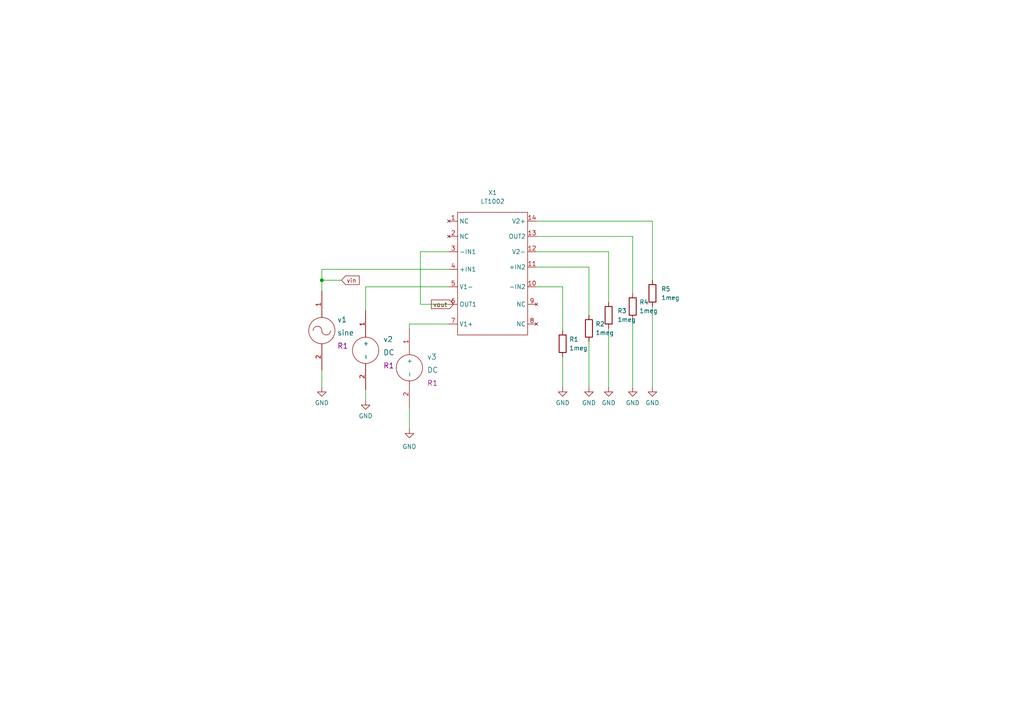
<source format=kicad_sch>
(kicad_sch (version 20211123) (generator eeschema)

  (uuid e82c169a-8ede-4149-ad45-52afd61f384d)

  (paper "A4")

  (lib_symbols
    (symbol "eSim_Devices:resistor" (pin_numbers hide) (pin_names (offset 0)) (in_bom yes) (on_board yes)
      (property "Reference" "R" (id 0) (at 1.27 3.302 0)
        (effects (font (size 1.27 1.27)))
      )
      (property "Value" "resistor" (id 1) (at 1.27 -1.27 0)
        (effects (font (size 1.27 1.27)))
      )
      (property "Footprint" "" (id 2) (at 1.27 -0.508 0)
        (effects (font (size 0.762 0.762)))
      )
      (property "Datasheet" "" (id 3) (at 1.27 1.27 90)
        (effects (font (size 0.762 0.762)))
      )
      (property "ki_fp_filters" "R_* Resistor_*" (id 4) (at 0 0 0)
        (effects (font (size 1.27 1.27)) hide)
      )
      (symbol "resistor_0_1"
        (rectangle (start 3.81 0.254) (end -1.27 2.286)
          (stroke (width 0.254) (type default) (color 0 0 0 0))
          (fill (type none))
        )
      )
      (symbol "resistor_1_1"
        (pin passive line (at -2.54 1.27 0) (length 1.27)
          (name "~" (effects (font (size 1.524 1.524))))
          (number "1" (effects (font (size 1.524 1.524))))
        )
        (pin passive line (at 5.08 1.27 180) (length 1.27)
          (name "~" (effects (font (size 1.524 1.524))))
          (number "2" (effects (font (size 1.524 1.524))))
        )
      )
    )
    (symbol "eSim_Power:eSim_GND" (power) (pin_names (offset 0)) (in_bom yes) (on_board yes)
      (property "Reference" "#PWR" (id 0) (at 0 -6.35 0)
        (effects (font (size 1.27 1.27)) hide)
      )
      (property "Value" "eSim_GND" (id 1) (at 0 -3.81 0)
        (effects (font (size 1.27 1.27)))
      )
      (property "Footprint" "" (id 2) (at 0 0 0)
        (effects (font (size 1.27 1.27)) hide)
      )
      (property "Datasheet" "" (id 3) (at 0 0 0)
        (effects (font (size 1.27 1.27)) hide)
      )
      (symbol "eSim_GND_0_1"
        (polyline
          (pts
            (xy 0 0)
            (xy 0 -1.27)
            (xy 1.27 -1.27)
            (xy 0 -2.54)
            (xy -1.27 -1.27)
            (xy 0 -1.27)
          )
          (stroke (width 0) (type default) (color 0 0 0 0))
          (fill (type none))
        )
      )
      (symbol "eSim_GND_1_1"
        (pin power_in line (at 0 0 270) (length 0) hide
          (name "GND" (effects (font (size 1.27 1.27))))
          (number "1" (effects (font (size 1.27 1.27))))
        )
      )
    )
    (symbol "eSim_Sources:DC" (pin_names (offset 1.016)) (in_bom yes) (on_board yes)
      (property "Reference" "v" (id 0) (at -5.08 2.54 0)
        (effects (font (size 1.524 1.524)))
      )
      (property "Value" "DC" (id 1) (at -5.08 -1.27 0)
        (effects (font (size 1.524 1.524)))
      )
      (property "Footprint" "R1" (id 2) (at -7.62 0 0)
        (effects (font (size 1.524 1.524)))
      )
      (property "Datasheet" "" (id 3) (at 0 0 0)
        (effects (font (size 1.524 1.524)))
      )
      (property "ki_fp_filters" "1_pin" (id 4) (at 0 0 0)
        (effects (font (size 1.27 1.27)) hide)
      )
      (symbol "DC_0_1"
        (circle (center 0 0) (radius 3.81)
          (stroke (width 0) (type default) (color 0 0 0 0))
          (fill (type none))
        )
      )
      (symbol "DC_1_1"
        (pin power_out line (at 0 11.43 270) (length 7.62)
          (name "+" (effects (font (size 1.27 1.27))))
          (number "1" (effects (font (size 1.27 1.27))))
        )
        (pin power_out line (at 0 -11.43 90) (length 7.62)
          (name "-" (effects (font (size 1.27 1.27))))
          (number "2" (effects (font (size 1.27 1.27))))
        )
      )
    )
    (symbol "eSim_Sources:sine" (pin_names (offset 1.016)) (in_bom yes) (on_board yes)
      (property "Reference" "v" (id 0) (at -5.08 2.54 0)
        (effects (font (size 1.524 1.524)))
      )
      (property "Value" "sine" (id 1) (at -5.08 -1.27 0)
        (effects (font (size 1.524 1.524)))
      )
      (property "Footprint" "R1" (id 2) (at -7.62 0 0)
        (effects (font (size 1.524 1.524)))
      )
      (property "Datasheet" "" (id 3) (at 0 0 0)
        (effects (font (size 1.524 1.524)))
      )
      (property "ki_fp_filters" "1_pin" (id 4) (at 0 0 0)
        (effects (font (size 1.27 1.27)) hide)
      )
      (symbol "sine_0_1"
        (arc (start 0 0) (mid -1.27 1.27) (end -2.54 0)
          (stroke (width 0) (type default) (color 0 0 0 0))
          (fill (type none))
        )
        (arc (start 0 0) (mid 1.27 -1.27) (end 2.54 0)
          (stroke (width 0) (type default) (color 0 0 0 0))
          (fill (type none))
        )
        (circle (center 0 0) (radius 3.81)
          (stroke (width 0) (type default) (color 0 0 0 0))
          (fill (type none))
        )
      )
      (symbol "sine_1_1"
        (pin input line (at 0 11.43 270) (length 7.62)
          (name "+" (effects (font (size 0 0))))
          (number "1" (effects (font (size 1.27 1.27))))
        )
        (pin input line (at 0 -11.43 90) (length 7.62)
          (name "-" (effects (font (size 0 0))))
          (number "2" (effects (font (size 1.27 1.27))))
        )
      )
    )
    (symbol "eSim_Subckt:LT1002" (in_bom yes) (on_board yes)
      (property "Reference" "X" (id 0) (at -0.635 2.54 0)
        (effects (font (size 1.27 1.27)))
      )
      (property "Value" "LT1002" (id 1) (at 0 0 0)
        (effects (font (size 1.27 1.27)))
      )
      (property "Footprint" "" (id 2) (at 0 0 0)
        (effects (font (size 1.27 1.27)) hide)
      )
      (property "Datasheet" "" (id 3) (at 0 0 0)
        (effects (font (size 1.27 1.27)) hide)
      )
      (symbol "LT1002_0_1"
        (rectangle (start -9.525 8.89) (end 10.795 -26.67)
          (stroke (width 0) (type default) (color 0 0 0 0))
          (fill (type none))
        )
      )
      (symbol "LT1002_1_1"
        (pin no_connect line (at -12.065 6.35 0) (length 2.54)
          (name "NC" (effects (font (size 1.27 1.27))))
          (number "1" (effects (font (size 1.27 1.27))))
        )
        (pin passive line (at 13.335 -12.7 180) (length 2.54)
          (name "-IN2" (effects (font (size 1.27 1.27))))
          (number "10" (effects (font (size 1.27 1.27))))
        )
        (pin passive line (at 13.335 -6.985 180) (length 2.54)
          (name "+IN2" (effects (font (size 1.27 1.27))))
          (number "11" (effects (font (size 1.27 1.27))))
        )
        (pin power_in line (at 13.335 -2.54 180) (length 2.54)
          (name "V2-" (effects (font (size 1.27 1.27))))
          (number "12" (effects (font (size 1.27 1.27))))
        )
        (pin passive line (at 13.335 1.905 180) (length 2.54)
          (name "OUT2" (effects (font (size 1.27 1.27))))
          (number "13" (effects (font (size 1.27 1.27))))
        )
        (pin power_in line (at 13.335 6.35 180) (length 2.54)
          (name "V2+" (effects (font (size 1.27 1.27))))
          (number "14" (effects (font (size 1.27 1.27))))
        )
        (pin no_connect line (at -12.065 1.905 0) (length 2.54)
          (name "NC" (effects (font (size 1.27 1.27))))
          (number "2" (effects (font (size 1.27 1.27))))
        )
        (pin passive line (at -12.065 -2.54 0) (length 2.54)
          (name "-IN1" (effects (font (size 1.27 1.27))))
          (number "3" (effects (font (size 1.27 1.27))))
        )
        (pin passive line (at -12.065 -7.62 0) (length 2.54)
          (name "+IN1" (effects (font (size 1.27 1.27))))
          (number "4" (effects (font (size 1.27 1.27))))
        )
        (pin power_in line (at -12.065 -12.7 0) (length 2.54)
          (name "V1-" (effects (font (size 1.27 1.27))))
          (number "5" (effects (font (size 1.27 1.27))))
        )
        (pin passive line (at -12.065 -17.78 0) (length 2.54)
          (name "OUT1" (effects (font (size 1.27 1.27))))
          (number "6" (effects (font (size 1.27 1.27))))
        )
        (pin power_in line (at -12.065 -23.495 0) (length 2.54)
          (name "V1+" (effects (font (size 1.27 1.27))))
          (number "7" (effects (font (size 1.27 1.27))))
        )
        (pin no_connect line (at 13.335 -23.495 180) (length 2.54)
          (name "NC" (effects (font (size 1.27 1.27))))
          (number "8" (effects (font (size 1.27 1.27))))
        )
        (pin no_connect line (at 13.335 -17.78 180) (length 2.54)
          (name "NC" (effects (font (size 1.27 1.27))))
          (number "9" (effects (font (size 1.27 1.27))))
        )
      )
    )
  )

  (junction (at 93.345 81.28) (diameter 0) (color 0 0 0 0)
    (uuid e7a7734b-b671-412a-9a53-c0d9dc8949ab)
  )

  (wire (pts (xy 121.92 73.025) (xy 130.175 73.025))
    (stroke (width 0) (type default) (color 0 0 0 0))
    (uuid 029483c7-9142-442d-8b77-c1933f629a22)
  )
  (wire (pts (xy 106.045 90.17) (xy 106.045 83.185))
    (stroke (width 0) (type default) (color 0 0 0 0))
    (uuid 07ae3d5c-1292-4547-8a8b-a8e883f724db)
  )
  (wire (pts (xy 183.515 85.09) (xy 183.515 68.58))
    (stroke (width 0) (type default) (color 0 0 0 0))
    (uuid 0bff4d6c-9f55-48d9-913b-b42433491a62)
  )
  (wire (pts (xy 163.195 103.505) (xy 163.195 112.395))
    (stroke (width 0) (type default) (color 0 0 0 0))
    (uuid 1c8cc1b7-3f6d-4040-9543-b0e583dbf10a)
  )
  (wire (pts (xy 121.92 73.025) (xy 121.92 88.265))
    (stroke (width 0) (type default) (color 0 0 0 0))
    (uuid 26c4b084-7af6-4748-a1df-1b8bde43682a)
  )
  (wire (pts (xy 176.53 95.25) (xy 176.53 112.395))
    (stroke (width 0) (type default) (color 0 0 0 0))
    (uuid 27c44385-0be6-4c48-a823-c31354308880)
  )
  (wire (pts (xy 163.195 83.185) (xy 155.575 83.185))
    (stroke (width 0) (type default) (color 0 0 0 0))
    (uuid 29c7996a-f27f-4c00-a3db-267fcc73f941)
  )
  (wire (pts (xy 170.815 99.06) (xy 170.815 112.395))
    (stroke (width 0) (type default) (color 0 0 0 0))
    (uuid 2e112afe-d339-484e-acc8-8a937a7a6b97)
  )
  (wire (pts (xy 118.745 93.98) (xy 130.175 93.98))
    (stroke (width 0) (type default) (color 0 0 0 0))
    (uuid 2fd5b6a9-84c2-4704-afe5-562d7c93e4bf)
  )
  (wire (pts (xy 93.345 78.105) (xy 93.345 81.28))
    (stroke (width 0) (type default) (color 0 0 0 0))
    (uuid 30cf6bd4-3e66-44e4-a421-3750ce1445a4)
  )
  (wire (pts (xy 170.815 77.47) (xy 155.575 77.47))
    (stroke (width 0) (type default) (color 0 0 0 0))
    (uuid 34ef738f-943f-41e0-a1a8-bb87ed858f19)
  )
  (wire (pts (xy 93.345 81.28) (xy 99.06 81.28))
    (stroke (width 0) (type default) (color 0 0 0 0))
    (uuid 45ff40d6-0c1c-43ea-b790-0a15543c66dc)
  )
  (wire (pts (xy 176.53 73.025) (xy 155.575 73.025))
    (stroke (width 0) (type default) (color 0 0 0 0))
    (uuid 50b6c511-9373-4a28-b5be-318f3d3971a0)
  )
  (wire (pts (xy 155.575 64.135) (xy 189.23 64.135))
    (stroke (width 0) (type default) (color 0 0 0 0))
    (uuid 5ef3a07e-1a1a-4db1-ae71-81315a9e73b5)
  )
  (wire (pts (xy 106.045 83.185) (xy 130.175 83.185))
    (stroke (width 0) (type default) (color 0 0 0 0))
    (uuid 6467148a-b3eb-4d27-b458-42b6b62e9d07)
  )
  (wire (pts (xy 93.345 81.28) (xy 93.345 84.455))
    (stroke (width 0) (type default) (color 0 0 0 0))
    (uuid 6636f441-1902-4e68-918b-5a656b65432a)
  )
  (wire (pts (xy 118.745 118.11) (xy 118.745 124.46))
    (stroke (width 0) (type default) (color 0 0 0 0))
    (uuid 83b3bb4d-49a4-4453-bfae-744133384c19)
  )
  (wire (pts (xy 93.345 107.315) (xy 93.345 112.395))
    (stroke (width 0) (type default) (color 0 0 0 0))
    (uuid a0f60ae7-fb82-43a3-87fd-5501e82cfc83)
  )
  (wire (pts (xy 189.23 88.9) (xy 189.23 112.395))
    (stroke (width 0) (type default) (color 0 0 0 0))
    (uuid a3201a4a-c1bf-4f40-b5db-7fea9bae3cb6)
  )
  (wire (pts (xy 106.045 113.03) (xy 106.045 116.205))
    (stroke (width 0) (type default) (color 0 0 0 0))
    (uuid ad1e70d3-3efe-4600-b51d-652047ec5fe9)
  )
  (wire (pts (xy 118.745 95.25) (xy 118.745 93.98))
    (stroke (width 0) (type default) (color 0 0 0 0))
    (uuid c0da8769-cdf9-467d-9e20-bb5ecb792c0c)
  )
  (wire (pts (xy 93.345 78.105) (xy 130.175 78.105))
    (stroke (width 0) (type default) (color 0 0 0 0))
    (uuid c69ddd38-bbbf-4f4d-a781-a8a5d9323c35)
  )
  (wire (pts (xy 170.815 77.47) (xy 170.815 91.44))
    (stroke (width 0) (type default) (color 0 0 0 0))
    (uuid c78d91a2-32bf-4cb7-8584-5a4b44c18d8c)
  )
  (wire (pts (xy 183.515 68.58) (xy 155.575 68.58))
    (stroke (width 0) (type default) (color 0 0 0 0))
    (uuid c8a28efc-26bd-4fb1-822f-0c87286024d9)
  )
  (wire (pts (xy 121.92 88.265) (xy 130.175 88.265))
    (stroke (width 0) (type default) (color 0 0 0 0))
    (uuid d8e8cb92-af38-4d2f-b591-9b209e9c10e0)
  )
  (wire (pts (xy 183.515 92.71) (xy 183.515 112.395))
    (stroke (width 0) (type default) (color 0 0 0 0))
    (uuid e064e5d3-069d-4afc-b993-0021b473428e)
  )
  (wire (pts (xy 176.53 73.025) (xy 176.53 87.63))
    (stroke (width 0) (type default) (color 0 0 0 0))
    (uuid f36d71d6-936c-4a28-b8ad-4675404a7c62)
  )
  (wire (pts (xy 189.23 81.28) (xy 189.23 64.135))
    (stroke (width 0) (type default) (color 0 0 0 0))
    (uuid f643c2c8-aecd-4f02-83b1-d05806097ad2)
  )
  (wire (pts (xy 163.195 83.185) (xy 163.195 95.885))
    (stroke (width 0) (type default) (color 0 0 0 0))
    (uuid ffae6297-72c5-4008-9310-f980fe25e001)
  )

  (global_label "vout" (shape output) (at 125.095 88.265 0) (fields_autoplaced)
    (effects (font (size 1.27 1.27)) (justify left))
    (uuid 7444777b-e488-42e8-b809-0304f574bbd2)
    (property "Intersheet References" "${INTERSHEET_REFS}" (id 0) (at 131.4995 88.1856 0)
      (effects (font (size 1.27 1.27)) (justify left) hide)
    )
  )
  (global_label "vin" (shape input) (at 99.06 81.28 0) (fields_autoplaced)
    (effects (font (size 1.27 1.27)) (justify left))
    (uuid 8805517f-baca-4f48-8d2e-9b89499cf3cb)
    (property "Intersheet References" "${INTERSHEET_REFS}" (id 0) (at 104.1945 81.2006 0)
      (effects (font (size 1.27 1.27)) (justify left) hide)
    )
  )

  (symbol (lib_id "eSim_Devices:resistor") (at 164.465 100.965 90) (unit 1)
    (in_bom yes) (on_board yes) (fields_autoplaced)
    (uuid 1165034e-5317-403e-a946-8a40fe115751)
    (property "Reference" "R1" (id 0) (at 165.1 98.4249 90)
      (effects (font (size 1.27 1.27)) (justify right))
    )
    (property "Value" "1meg" (id 1) (at 165.1 100.9649 90)
      (effects (font (size 1.27 1.27)) (justify right))
    )
    (property "Footprint" "" (id 2) (at 164.973 99.695 0)
      (effects (font (size 0.762 0.762)))
    )
    (property "Datasheet" "" (id 3) (at 163.195 99.695 90)
      (effects (font (size 0.762 0.762)))
    )
    (property "Spice_Primitive" "R" (id 4) (at 164.465 100.965 0)
      (effects (font (size 1.27 1.27)) hide)
    )
    (property "Spice_Model" "1meg" (id 5) (at 164.465 100.965 0)
      (effects (font (size 1.27 1.27)) hide)
    )
    (property "Spice_Netlist_Enabled" "Y" (id 6) (at 164.465 100.965 0)
      (effects (font (size 1.27 1.27)) hide)
    )
    (pin "1" (uuid 0870d1f5-21e6-4496-b731-99fd0c007157))
    (pin "2" (uuid 6b19e138-8884-44d7-982a-752d8fd83c26))
  )

  (symbol (lib_id "eSim_Sources:DC") (at 106.045 101.6 0) (unit 1)
    (in_bom yes) (on_board yes) (fields_autoplaced)
    (uuid 1c274c12-5751-4723-8f74-110d1d606630)
    (property "Reference" "v2" (id 0) (at 111.125 98.425 0)
      (effects (font (size 1.524 1.524)) (justify left))
    )
    (property "Value" "DC" (id 1) (at 111.125 102.235 0)
      (effects (font (size 1.524 1.524)) (justify left))
    )
    (property "Footprint" "R1" (id 2) (at 111.125 106.045 0)
      (effects (font (size 1.524 1.524)) (justify left))
    )
    (property "Datasheet" "" (id 3) (at 106.045 101.6 0)
      (effects (font (size 1.524 1.524)))
    )
    (pin "1" (uuid 00fca09d-49da-4b0e-84a9-d234864f3eb9))
    (pin "2" (uuid a0bdc8ba-b3b7-402a-86bb-cde9415efed6))
  )

  (symbol (lib_id "eSim_Devices:resistor") (at 177.8 92.71 90) (unit 1)
    (in_bom yes) (on_board yes) (fields_autoplaced)
    (uuid 22bb8f02-e4ee-422d-b25e-94ad8e986102)
    (property "Reference" "R3" (id 0) (at 179.07 90.1699 90)
      (effects (font (size 1.27 1.27)) (justify right))
    )
    (property "Value" "1meg" (id 1) (at 179.07 92.7099 90)
      (effects (font (size 1.27 1.27)) (justify right))
    )
    (property "Footprint" "" (id 2) (at 178.308 91.44 0)
      (effects (font (size 0.762 0.762)))
    )
    (property "Datasheet" "" (id 3) (at 176.53 91.44 90)
      (effects (font (size 0.762 0.762)))
    )
    (property "Spice_Primitive" "R" (id 4) (at 177.8 92.71 0)
      (effects (font (size 1.27 1.27)) hide)
    )
    (property "Spice_Model" "1meg" (id 5) (at 177.8 92.71 0)
      (effects (font (size 1.27 1.27)) hide)
    )
    (property "Spice_Netlist_Enabled" "Y" (id 6) (at 177.8 92.71 0)
      (effects (font (size 1.27 1.27)) hide)
    )
    (pin "1" (uuid 7cc80fe5-64d9-4e29-a29e-4be3fbfadff9))
    (pin "2" (uuid e5cd49fb-e1df-421b-be07-01a4f35b8a3a))
  )

  (symbol (lib_id "eSim_Sources:sine") (at 93.345 95.885 0) (unit 1)
    (in_bom yes) (on_board yes) (fields_autoplaced)
    (uuid 23efe6d1-33a9-4c0d-a8aa-aefb03194693)
    (property "Reference" "v1" (id 0) (at 97.79 92.71 0)
      (effects (font (size 1.524 1.524)) (justify left))
    )
    (property "Value" "sine" (id 1) (at 97.79 96.52 0)
      (effects (font (size 1.524 1.524)) (justify left))
    )
    (property "Footprint" "R1" (id 2) (at 97.79 100.33 0)
      (effects (font (size 1.524 1.524)) (justify left))
    )
    (property "Datasheet" "" (id 3) (at 93.345 95.885 0)
      (effects (font (size 1.524 1.524)))
    )
    (property "Spice_Primitive" "V" (id 4) (at 93.345 95.885 0)
      (effects (font (size 1.27 1.27)) hide)
    )
    (property "Spice_Model" "sin(2.5 1.0 1k)" (id 5) (at 93.345 95.885 0)
      (effects (font (size 1.27 1.27)) hide)
    )
    (property "Spice_Netlist_Enabled" "Y" (id 6) (at 93.345 95.885 0)
      (effects (font (size 1.27 1.27)) hide)
    )
    (pin "1" (uuid 5d2939d1-582f-4912-aaa5-38aa9993fbd8))
    (pin "2" (uuid 416eb6ae-0287-4381-887e-4b84b75d23f1))
  )

  (symbol (lib_id "eSim_Sources:DC") (at 118.745 106.68 0) (unit 1)
    (in_bom yes) (on_board yes) (fields_autoplaced)
    (uuid 534534c8-3bb3-44a4-bcd7-1d237be378f5)
    (property "Reference" "v3" (id 0) (at 123.825 103.505 0)
      (effects (font (size 1.524 1.524)) (justify left))
    )
    (property "Value" "DC" (id 1) (at 123.825 107.315 0)
      (effects (font (size 1.524 1.524)) (justify left))
    )
    (property "Footprint" "R1" (id 2) (at 123.825 111.125 0)
      (effects (font (size 1.524 1.524)) (justify left))
    )
    (property "Datasheet" "" (id 3) (at 118.745 106.68 0)
      (effects (font (size 1.524 1.524)))
    )
    (pin "1" (uuid a1d98393-71ed-4e0d-b2b0-1275761f6a42))
    (pin "2" (uuid f157fdb8-fd00-4816-a7cd-bdc149a9acc4))
  )

  (symbol (lib_id "eSim_Power:eSim_GND") (at 170.815 112.395 0) (unit 1)
    (in_bom yes) (on_board yes) (fields_autoplaced)
    (uuid 5523549e-3fb5-47e1-9682-21d5ce9b1b87)
    (property "Reference" "#PWR05" (id 0) (at 170.815 118.745 0)
      (effects (font (size 1.27 1.27)) hide)
    )
    (property "Value" "eSim_GND" (id 1) (at 170.815 116.84 0))
    (property "Footprint" "" (id 2) (at 170.815 112.395 0)
      (effects (font (size 1.27 1.27)) hide)
    )
    (property "Datasheet" "" (id 3) (at 170.815 112.395 0)
      (effects (font (size 1.27 1.27)) hide)
    )
    (pin "1" (uuid c136961f-f289-41a2-8366-8704cea3d74d))
  )

  (symbol (lib_id "eSim_Power:eSim_GND") (at 118.745 124.46 0) (unit 1)
    (in_bom yes) (on_board yes) (fields_autoplaced)
    (uuid 593ee055-a65d-42fd-b15e-436c48616568)
    (property "Reference" "#PWR03" (id 0) (at 118.745 130.81 0)
      (effects (font (size 1.27 1.27)) hide)
    )
    (property "Value" "eSim_GND" (id 1) (at 118.745 129.54 0))
    (property "Footprint" "" (id 2) (at 118.745 124.46 0)
      (effects (font (size 1.27 1.27)) hide)
    )
    (property "Datasheet" "" (id 3) (at 118.745 124.46 0)
      (effects (font (size 1.27 1.27)) hide)
    )
    (pin "1" (uuid 77fb4391-6d5d-4e65-ad85-dbfd67af3292))
  )

  (symbol (lib_id "eSim_Power:eSim_GND") (at 93.345 112.395 0) (unit 1)
    (in_bom yes) (on_board yes) (fields_autoplaced)
    (uuid 5ea2f9d4-3318-4e8c-ad12-e0ae0272cb61)
    (property "Reference" "#PWR01" (id 0) (at 93.345 118.745 0)
      (effects (font (size 1.27 1.27)) hide)
    )
    (property "Value" "eSim_GND" (id 1) (at 93.345 116.84 0))
    (property "Footprint" "" (id 2) (at 93.345 112.395 0)
      (effects (font (size 1.27 1.27)) hide)
    )
    (property "Datasheet" "" (id 3) (at 93.345 112.395 0)
      (effects (font (size 1.27 1.27)) hide)
    )
    (pin "1" (uuid be60c189-35c1-4b00-9fdf-e01099e99146))
  )

  (symbol (lib_id "eSim_Devices:resistor") (at 190.5 86.36 90) (unit 1)
    (in_bom yes) (on_board yes) (fields_autoplaced)
    (uuid 617624b6-54c4-4e59-913e-fe8ea7fb3370)
    (property "Reference" "R5" (id 0) (at 191.77 83.8199 90)
      (effects (font (size 1.27 1.27)) (justify right))
    )
    (property "Value" "1meg" (id 1) (at 191.77 86.3599 90)
      (effects (font (size 1.27 1.27)) (justify right))
    )
    (property "Footprint" "" (id 2) (at 191.008 85.09 0)
      (effects (font (size 0.762 0.762)))
    )
    (property "Datasheet" "" (id 3) (at 189.23 85.09 90)
      (effects (font (size 0.762 0.762)))
    )
    (property "Spice_Primitive" "R" (id 4) (at 190.5 86.36 0)
      (effects (font (size 1.27 1.27)) hide)
    )
    (property "Spice_Model" "1meg" (id 5) (at 190.5 86.36 0)
      (effects (font (size 1.27 1.27)) hide)
    )
    (property "Spice_Netlist_Enabled" "Y" (id 6) (at 190.5 86.36 0)
      (effects (font (size 1.27 1.27)) hide)
    )
    (pin "1" (uuid 4abc382c-3056-4eee-9c1e-88f5f9bea17b))
    (pin "2" (uuid 8607c3a8-5ac2-42c8-b4ff-7e83ff67765a))
  )

  (symbol (lib_id "eSim_Power:eSim_GND") (at 106.045 116.205 0) (unit 1)
    (in_bom yes) (on_board yes) (fields_autoplaced)
    (uuid 750b2c48-462f-4d2e-bd3e-2171623f9883)
    (property "Reference" "#PWR02" (id 0) (at 106.045 122.555 0)
      (effects (font (size 1.27 1.27)) hide)
    )
    (property "Value" "eSim_GND" (id 1) (at 106.045 120.65 0))
    (property "Footprint" "" (id 2) (at 106.045 116.205 0)
      (effects (font (size 1.27 1.27)) hide)
    )
    (property "Datasheet" "" (id 3) (at 106.045 116.205 0)
      (effects (font (size 1.27 1.27)) hide)
    )
    (pin "1" (uuid 093a02fa-a7b3-479c-ae59-910222ee0720))
  )

  (symbol (lib_id "eSim_Power:eSim_GND") (at 189.23 112.395 0) (unit 1)
    (in_bom yes) (on_board yes) (fields_autoplaced)
    (uuid 7565e677-e455-4607-9dbc-1ec444b773bd)
    (property "Reference" "#PWR08" (id 0) (at 189.23 118.745 0)
      (effects (font (size 1.27 1.27)) hide)
    )
    (property "Value" "eSim_GND" (id 1) (at 189.23 116.84 0))
    (property "Footprint" "" (id 2) (at 189.23 112.395 0)
      (effects (font (size 1.27 1.27)) hide)
    )
    (property "Datasheet" "" (id 3) (at 189.23 112.395 0)
      (effects (font (size 1.27 1.27)) hide)
    )
    (pin "1" (uuid 963be92e-80fb-4a30-abae-56266af5c635))
  )

  (symbol (lib_id "eSim_Power:eSim_GND") (at 176.53 112.395 0) (unit 1)
    (in_bom yes) (on_board yes) (fields_autoplaced)
    (uuid 80d6facc-feef-4a42-9ada-dc8da0579162)
    (property "Reference" "#PWR06" (id 0) (at 176.53 118.745 0)
      (effects (font (size 1.27 1.27)) hide)
    )
    (property "Value" "eSim_GND" (id 1) (at 176.53 116.84 0))
    (property "Footprint" "" (id 2) (at 176.53 112.395 0)
      (effects (font (size 1.27 1.27)) hide)
    )
    (property "Datasheet" "" (id 3) (at 176.53 112.395 0)
      (effects (font (size 1.27 1.27)) hide)
    )
    (pin "1" (uuid ad3ecd66-bc26-4dd3-9e66-75c99a588d55))
  )

  (symbol (lib_id "eSim_Subckt:LT1002") (at 142.24 70.485 0) (unit 1)
    (in_bom yes) (on_board yes) (fields_autoplaced)
    (uuid a7a84a6f-cf0c-4b6d-940a-982ee4307e67)
    (property "Reference" "X1" (id 0) (at 142.875 55.88 0))
    (property "Value" "LT1002" (id 1) (at 142.875 58.42 0))
    (property "Footprint" "" (id 2) (at 142.24 70.485 0)
      (effects (font (size 1.27 1.27)) hide)
    )
    (property "Datasheet" "" (id 3) (at 142.24 70.485 0)
      (effects (font (size 1.27 1.27)) hide)
    )
    (pin "1" (uuid 5263e254-ad4d-47fb-ba9e-5f5237ae09de))
    (pin "10" (uuid 25640c30-373e-4121-9103-6124e05bc56a))
    (pin "11" (uuid 3e11a1af-c887-435c-8a89-de5ed781f6da))
    (pin "12" (uuid 2512be78-2329-46d5-ba41-08eb484c9053))
    (pin "13" (uuid f8dc489b-5da1-4663-a478-b853ebeb2ac5))
    (pin "14" (uuid 176e8781-5a23-48e2-972b-60ad3067a2ec))
    (pin "2" (uuid 333d88ba-7d49-4a26-b2e5-5d6b846d722f))
    (pin "3" (uuid 75122821-557b-496f-a24f-de78dd313e70))
    (pin "4" (uuid 4cccd292-64ac-48e6-b46d-b4063b7befe4))
    (pin "5" (uuid a1a6c68b-39b9-4aa5-afd6-07af0e21f6cc))
    (pin "6" (uuid c904ee69-9116-4db4-81f3-5fc1d1c48aa1))
    (pin "7" (uuid 25b5b07b-28c0-4e3e-b47d-c4f947bec57c))
    (pin "8" (uuid 412e14c7-f410-4005-b0e5-bb29f02408c4))
    (pin "9" (uuid ac35bf14-293f-4b75-abbd-56fa8ae3871c))
  )

  (symbol (lib_id "eSim_Power:eSim_GND") (at 163.195 112.395 0) (unit 1)
    (in_bom yes) (on_board yes) (fields_autoplaced)
    (uuid bf594837-b002-49c2-bb0b-4ac83c4c27b0)
    (property "Reference" "#PWR04" (id 0) (at 163.195 118.745 0)
      (effects (font (size 1.27 1.27)) hide)
    )
    (property "Value" "eSim_GND" (id 1) (at 163.195 116.84 0))
    (property "Footprint" "" (id 2) (at 163.195 112.395 0)
      (effects (font (size 1.27 1.27)) hide)
    )
    (property "Datasheet" "" (id 3) (at 163.195 112.395 0)
      (effects (font (size 1.27 1.27)) hide)
    )
    (pin "1" (uuid 96c16f59-bc0e-418b-ba69-ba284529b6c8))
  )

  (symbol (lib_id "eSim_Devices:resistor") (at 184.785 90.17 90) (unit 1)
    (in_bom yes) (on_board yes) (fields_autoplaced)
    (uuid db7056ee-b080-434b-a48e-b50482df7b11)
    (property "Reference" "R4" (id 0) (at 185.42 87.6299 90)
      (effects (font (size 1.27 1.27)) (justify right))
    )
    (property "Value" "1meg" (id 1) (at 185.42 90.1699 90)
      (effects (font (size 1.27 1.27)) (justify right))
    )
    (property "Footprint" "" (id 2) (at 185.293 88.9 0)
      (effects (font (size 0.762 0.762)))
    )
    (property "Datasheet" "" (id 3) (at 183.515 88.9 90)
      (effects (font (size 0.762 0.762)))
    )
    (property "Spice_Primitive" "R" (id 4) (at 184.785 90.17 0)
      (effects (font (size 1.27 1.27)) hide)
    )
    (property "Spice_Model" "1meg" (id 5) (at 184.785 90.17 0)
      (effects (font (size 1.27 1.27)) hide)
    )
    (property "Spice_Netlist_Enabled" "Y" (id 6) (at 184.785 90.17 0)
      (effects (font (size 1.27 1.27)) hide)
    )
    (pin "1" (uuid 2b0d2383-2a01-4416-a3a0-5ff87ed23355))
    (pin "2" (uuid 808be776-2278-47f9-b84d-dd2343d96386))
  )

  (symbol (lib_id "eSim_Devices:resistor") (at 172.085 96.52 90) (unit 1)
    (in_bom yes) (on_board yes) (fields_autoplaced)
    (uuid f234d372-7e67-46ac-899b-1498b36d4511)
    (property "Reference" "R2" (id 0) (at 172.72 93.9799 90)
      (effects (font (size 1.27 1.27)) (justify right))
    )
    (property "Value" "1meg" (id 1) (at 172.72 96.5199 90)
      (effects (font (size 1.27 1.27)) (justify right))
    )
    (property "Footprint" "" (id 2) (at 172.593 95.25 0)
      (effects (font (size 0.762 0.762)))
    )
    (property "Datasheet" "" (id 3) (at 170.815 95.25 90)
      (effects (font (size 0.762 0.762)))
    )
    (property "Spice_Primitive" "R" (id 4) (at 172.085 96.52 0)
      (effects (font (size 1.27 1.27)) hide)
    )
    (property "Spice_Model" "1meg" (id 5) (at 172.085 96.52 0)
      (effects (font (size 1.27 1.27)) hide)
    )
    (property "Spice_Netlist_Enabled" "Y" (id 6) (at 172.085 96.52 0)
      (effects (font (size 1.27 1.27)) hide)
    )
    (pin "1" (uuid 2407756a-1895-427f-a0bb-293da0f0b86e))
    (pin "2" (uuid 6f619471-b798-455b-9c4b-b518fb6500d8))
  )

  (symbol (lib_id "eSim_Power:eSim_GND") (at 183.515 112.395 0) (unit 1)
    (in_bom yes) (on_board yes) (fields_autoplaced)
    (uuid fdaec7d8-c59b-4e6b-b1d1-dc59118a63a4)
    (property "Reference" "#PWR07" (id 0) (at 183.515 118.745 0)
      (effects (font (size 1.27 1.27)) hide)
    )
    (property "Value" "eSim_GND" (id 1) (at 183.515 116.84 0))
    (property "Footprint" "" (id 2) (at 183.515 112.395 0)
      (effects (font (size 1.27 1.27)) hide)
    )
    (property "Datasheet" "" (id 3) (at 183.515 112.395 0)
      (effects (font (size 1.27 1.27)) hide)
    )
    (pin "1" (uuid a32f3517-5569-4e4d-8ff3-d635c07890e9))
  )

  (sheet_instances
    (path "/" (page "1"))
  )

  (symbol_instances
    (path "/5ea2f9d4-3318-4e8c-ad12-e0ae0272cb61"
      (reference "#PWR01") (unit 1) (value "eSim_GND") (footprint "")
    )
    (path "/750b2c48-462f-4d2e-bd3e-2171623f9883"
      (reference "#PWR02") (unit 1) (value "eSim_GND") (footprint "")
    )
    (path "/593ee055-a65d-42fd-b15e-436c48616568"
      (reference "#PWR03") (unit 1) (value "eSim_GND") (footprint "")
    )
    (path "/bf594837-b002-49c2-bb0b-4ac83c4c27b0"
      (reference "#PWR04") (unit 1) (value "eSim_GND") (footprint "")
    )
    (path "/5523549e-3fb5-47e1-9682-21d5ce9b1b87"
      (reference "#PWR05") (unit 1) (value "eSim_GND") (footprint "")
    )
    (path "/80d6facc-feef-4a42-9ada-dc8da0579162"
      (reference "#PWR06") (unit 1) (value "eSim_GND") (footprint "")
    )
    (path "/fdaec7d8-c59b-4e6b-b1d1-dc59118a63a4"
      (reference "#PWR07") (unit 1) (value "eSim_GND") (footprint "")
    )
    (path "/7565e677-e455-4607-9dbc-1ec444b773bd"
      (reference "#PWR08") (unit 1) (value "eSim_GND") (footprint "")
    )
    (path "/1165034e-5317-403e-a946-8a40fe115751"
      (reference "R1") (unit 1) (value "1meg") (footprint "")
    )
    (path "/f234d372-7e67-46ac-899b-1498b36d4511"
      (reference "R2") (unit 1) (value "1meg") (footprint "")
    )
    (path "/22bb8f02-e4ee-422d-b25e-94ad8e986102"
      (reference "R3") (unit 1) (value "1meg") (footprint "")
    )
    (path "/db7056ee-b080-434b-a48e-b50482df7b11"
      (reference "R4") (unit 1) (value "1meg") (footprint "")
    )
    (path "/617624b6-54c4-4e59-913e-fe8ea7fb3370"
      (reference "R5") (unit 1) (value "1meg") (footprint "")
    )
    (path "/a7a84a6f-cf0c-4b6d-940a-982ee4307e67"
      (reference "X1") (unit 1) (value "LT1002") (footprint "")
    )
    (path "/23efe6d1-33a9-4c0d-a8aa-aefb03194693"
      (reference "v1") (unit 1) (value "sine") (footprint "R1")
    )
    (path "/1c274c12-5751-4723-8f74-110d1d606630"
      (reference "v2") (unit 1) (value "DC") (footprint "R1")
    )
    (path "/534534c8-3bb3-44a4-bcd7-1d237be378f5"
      (reference "v3") (unit 1) (value "DC") (footprint "R1")
    )
  )
)

</source>
